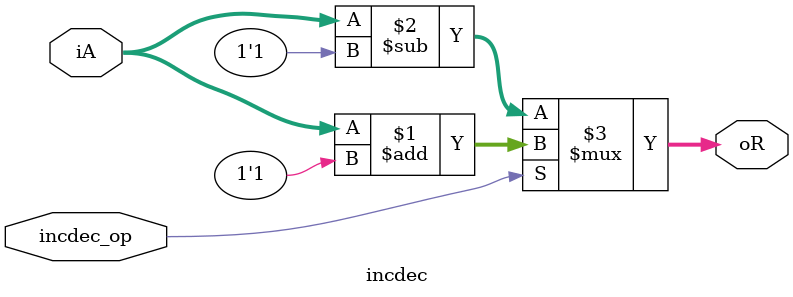
<source format=v>
/*MIT License

Copyright (c) 2020 Debtanu Mukherjee

Permission is hereby granted, free of charge, to any person obtaining a copy
of this software and associated documentation files (the "Software"), to deal
in the Software without restriction, including without limitation the rights
to use, copy, modify, merge, publish, distribute, sublicense, and/or sell
copies of the Software, and to permit persons to whom the Software is
furnished to do so, subject to the following conditions:

The above copyright notice and this permission notice shall be included in all
copies or substantial portions of the Software.

THE SOFTWARE IS PROVIDED "AS IS", WITHOUT WARRANTY OF ANY KIND, EXPRESS OR
IMPLIED, INCLUDING BUT NOT LIMITED TO THE WARRANTIES OF MERCHANTABILITY,
FITNESS FOR A PARTICULAR PURPOSE AND NONINFRINGEMENT. IN NO EVENT SHALL THE
AUTHORS OR COPYRIGHT HOLDERS BE LIABLE FOR ANY CLAIM, DAMAGES OR OTHER
LIABILITY, WHETHER IN AN ACTION OF CONTRACT, TORT OR OTHERWISE, ARISING FROM,
OUT OF OR IN CONNECTION WITH THE SOFTWARE OR THE USE OR OTHER DEALINGS IN THE
SOFTWARE.
*/

`timescale 10ns/1ns
module incdec(incdec_op, iA, oR);

parameter DATASIZE = 8;
input incdec_op;
input [DATASIZE-1:0] iA;
output [DATASIZE-1:0] oR;

assign oR = (incdec_op) ? (iA+1'b1) : (iA-1'b1);

endmodule

</source>
